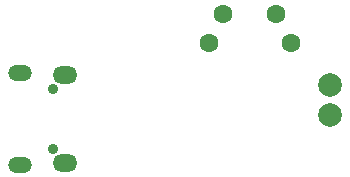
<source format=gbs>
G04*
G04 #@! TF.GenerationSoftware,Altium Limited,Altium Designer,21.6.4 (81)*
G04*
G04 Layer_Color=16711935*
%FSLAX44Y44*%
%MOMM*%
G71*
G04*
G04 #@! TF.SameCoordinates,8A05593B-3552-4C3B-B2EF-5CC55372FEEF*
G04*
G04*
G04 #@! TF.FilePolarity,Negative*
G04*
G01*
G75*
%ADD44C,1.6032*%
%ADD45C,2.0032*%
%ADD46C,0.9000*%
%ADD47O,2.0032X1.3532*%
%ADD48O,2.1000X1.5000*%
D44*
X251000Y164000D02*
D03*
X181000D02*
D03*
X193500Y189000D02*
D03*
X238500D02*
D03*
D45*
X284000Y103000D02*
D03*
Y128400D02*
D03*
D46*
X49000Y75000D02*
D03*
Y125000D02*
D03*
D47*
X21500Y61250D02*
D03*
Y138750D02*
D03*
D48*
X59500Y62750D02*
D03*
Y137250D02*
D03*
M02*

</source>
